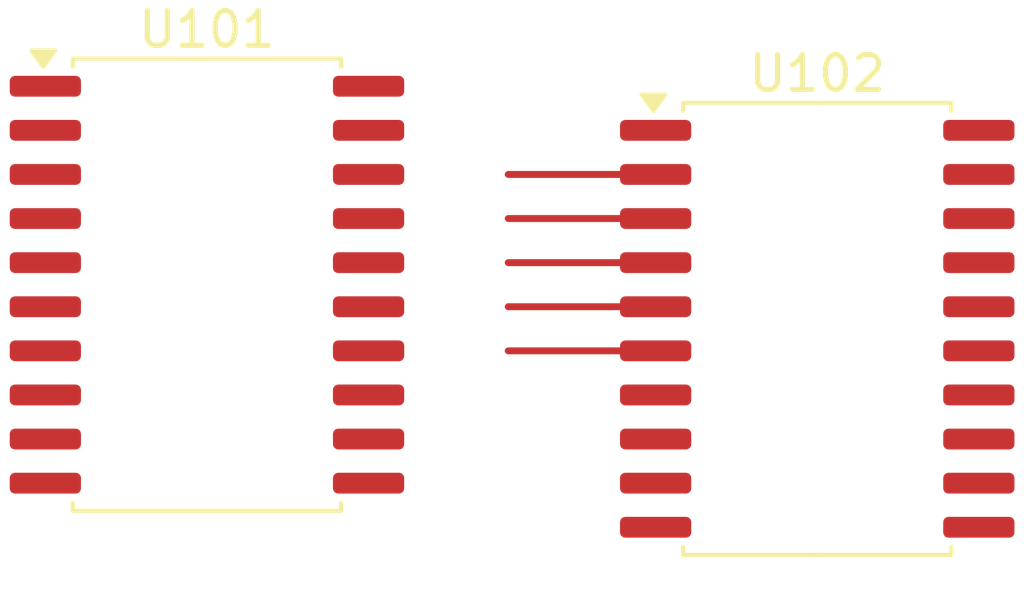
<source format=kicad_pcb>
(kicad_pcb (version 20240108) (generator "pcbnew") (generator_version "8.0")
  (layers (0 "F.Cu" signal) (31 "B.Cu" signal) (34 "B.Paste" user) (35 "F.Paste" user) (36 "B.SilkS" user "B.Silkscreen") (37 "F.SilkS" user "F.Silkscreen") (38 "B.Mask" user) (39 "F.Mask" user) (44 "Edge.Cuts" user))
  (net 0 "")
  (net 1 "/label6")
  (net 2 "Net-(U101-G1)")
  (net 5 "/label8")
  (net 7 "/label1")
  (net 8 "GND")
  (net 9 "/label7")
  (net 10 "/label5")
  (net 11 "/label4")
  (net 17 "+3V3")
  (net 18 "Net-(U101-G2)")
  (net 19 "/label3")
  (net 20 "/label2")
  (footprint "Package_SO:SOIC-20W_7.5x12.8mm_P1.27mm" (layer "F.Cu") (at 161.925 88.265)
    (property "Reference" "U102" (at 0 -7.35 0) (layer "F.SilkS"))
    (property "Value" "74LVC541")
    (fp_line (start -3.86 -6.51) (end -3.86 -6.275) (stroke (width 0.12)) (layer "F.SilkS"))
    (fp_line (start -3.86 6.51) (end -3.86 6.275) (stroke (width 0.12)) (layer "F.SilkS"))
    (fp_line (start 0 -6.51) (end -3.86 -6.51) (stroke (width 0.12)) (layer "F.SilkS"))
    (fp_line (start 0 -6.51) (end 3.86 -6.51) (stroke (width 0.12)) (layer "F.SilkS"))
    (fp_line (start 0 6.51) (end -3.86 6.51) (stroke (width 0.12)) (layer "F.SilkS"))
    (fp_line (start 0 6.51) (end 3.86 6.51) (stroke (width 0.12)) (layer "F.SilkS"))
    (fp_line (start 3.86 -6.51) (end 3.86 -6.275) (stroke (width 0.12)) (layer "F.SilkS"))
    (fp_line (start 3.86 6.51) (end 3.86 6.275) (stroke (width 0.12)) (layer "F.SilkS"))
    (fp_poly (pts (xy -4.7125 -6.275) (xy -5.0525 -6.745) (xy -4.3725 -6.745) (xy -4.7125 -6.275)) (stroke (width 0.12)) (fill solid) (layer "F.SilkS"))
    (pad "1" smd roundrect (at -4.65 -5.715) (size 2.05 0.6) (layers "F.Cu" "F.Paste" "F.Mask") (net 2 "Net-(U101-G1)"))
    (pad "2" smd roundrect (at -4.65 -4.445) (size 2.05 0.6) (layers "F.Cu" "F.Paste" "F.Mask") (net 5 "/label8"))
    (pad "3" smd roundrect (at -4.65 -3.175) (size 2.05 0.6) (layers "F.Cu" "F.Paste" "F.Mask") (net 9 "/label7"))
    (pad "4" smd roundrect (at -4.65 -1.905) (size 2.05 0.6) (layers "F.Cu" "F.Paste" "F.Mask") (net 1 "/label6"))
    (pad "5" smd roundrect (at -4.65 -0.635) (size 2.05 0.6) (layers "F.Cu" "F.Paste" "F.Mask") (net 10 "/label5"))
    (pad "6" smd roundrect (at -4.65 0.635) (size 2.05 0.6) (layers "F.Cu" "F.Paste" "F.Mask") (net 11 "/label4"))
    (pad "7" smd roundrect (at -4.65 1.905) (size 2.05 0.6) (layers "F.Cu" "F.Paste" "F.Mask") (net 19 "/label3"))
    (pad "8" smd roundrect (at -4.65 3.175) (size 2.05 0.6) (layers "F.Cu" "F.Paste" "F.Mask") (net 20 "/label2"))
    (pad "9" smd roundrect (at -4.65 4.445) (size 2.05 0.6) (layers "F.Cu" "F.Paste" "F.Mask") (net 7 "/label1"))
    (pad "10" smd roundrect (at -4.65 5.715) (size 2.05 0.6) (layers "F.Cu" "F.Paste" "F.Mask") (net 8 "GND"))
    (pad "11" smd roundrect (at 4.65 5.715) (size 2.05 0.6) (layers "F.Cu" "F.Paste" "F.Mask"))
    (pad "12" smd roundrect (at 4.65 4.445) (size 2.05 0.6) (layers "F.Cu" "F.Paste" "F.Mask"))
    (pad "13" smd roundrect (at 4.65 3.175) (size 2.05 0.6) (layers "F.Cu" "F.Paste" "F.Mask"))
    (pad "14" smd roundrect (at 4.65 1.905) (size 2.05 0.6) (layers "F.Cu" "F.Paste" "F.Mask"))
    (pad "15" smd roundrect (at 4.65 0.635) (size 2.05 0.6) (layers "F.Cu" "F.Paste" "F.Mask"))
    (pad "16" smd roundrect (at 4.65 -0.635) (size 2.05 0.6) (layers "F.Cu" "F.Paste" "F.Mask"))
    (pad "17" smd roundrect (at 4.65 -1.905) (size 2.05 0.6) (layers "F.Cu" "F.Paste" "F.Mask"))
    (pad "18" smd roundrect (at 4.65 -3.175) (size 2.05 0.6) (layers "F.Cu" "F.Paste" "F.Mask"))
    (pad "19" smd roundrect (at 4.65 -4.445) (size 2.05 0.6) (layers "F.Cu" "F.Paste" "F.Mask") (net 18 "Net-(U101-G2)"))
    (pad "20" smd roundrect (at 4.65 -5.715) (size 2.05 0.6) (layers "F.Cu" "F.Paste" "F.Mask") (net 17 "+3V3"))
  )
  (footprint "Package_SO:SOIC-20W_7.5x12.8mm_P1.27mm" (layer "F.Cu") (at 144.365 86.995)
    (property "Reference" "U101" (at 0 -7.35 0) (layer "F.SilkS"))
    (property "Value" "74LVC541")
    (fp_line (start -3.86 -6.51) (end -3.86 -6.275) (stroke (width 0.12)) (layer "F.SilkS"))
    (fp_line (start -3.86 6.51) (end -3.86 6.275) (stroke (width 0.12)) (layer "F.SilkS"))
    (fp_line (start 0 -6.51) (end -3.86 -6.51) (stroke (width 0.12)) (layer "F.SilkS"))
    (fp_line (start 0 -6.51) (end 3.86 -6.51) (stroke (width 0.12)) (layer "F.SilkS"))
    (fp_line (start 0 6.51) (end -3.86 6.51) (stroke (width 0.12)) (layer "F.SilkS"))
    (fp_line (start 0 6.51) (end 3.86 6.51) (stroke (width 0.12)) (layer "F.SilkS"))
    (fp_line (start 3.86 -6.51) (end 3.86 -6.275) (stroke (width 0.12)) (layer "F.SilkS"))
    (fp_line (start 3.86 6.51) (end 3.86 6.275) (stroke (width 0.12)) (layer "F.SilkS"))
    (fp_poly (pts (xy -4.7125 -6.275) (xy -5.0525 -6.745) (xy -4.3725 -6.745) (xy -4.7125 -6.275)) (stroke (width 0.12)) (fill solid) (layer "F.SilkS"))
    (pad "1" smd roundrect (at -4.65 -5.715) (size 2.05 0.6) (layers "F.Cu" "F.Paste" "F.Mask") (net 2 "Net-(U101-G1)"))
    (pad "2" smd roundrect (at -4.65 -4.445) (size 2.05 0.6) (layers "F.Cu" "F.Paste" "F.Mask"))
    (pad "3" smd roundrect (at -4.65 -3.175) (size 2.05 0.6) (layers "F.Cu" "F.Paste" "F.Mask"))
    (pad "4" smd roundrect (at -4.65 -1.905) (size 2.05 0.6) (layers "F.Cu" "F.Paste" "F.Mask"))
    (pad "5" smd roundrect (at -4.65 -0.635) (size 2.05 0.6) (layers "F.Cu" "F.Paste" "F.Mask"))
    (pad "6" smd roundrect (at -4.65 0.635) (size 2.05 0.6) (layers "F.Cu" "F.Paste" "F.Mask"))
    (pad "7" smd roundrect (at -4.65 1.905) (size 2.05 0.6) (layers "F.Cu" "F.Paste" "F.Mask"))
    (pad "8" smd roundrect (at -4.65 3.175) (size 2.05 0.6) (layers "F.Cu" "F.Paste" "F.Mask"))
    (pad "9" smd roundrect (at -4.65 4.445) (size 2.05 0.6) (layers "F.Cu" "F.Paste" "F.Mask"))
    (pad "10" smd roundrect (at -4.65 5.715) (size 2.05 0.6) (layers "F.Cu" "F.Paste" "F.Mask") (net 8 "GND"))
    (pad "11" smd roundrect (at 4.65 5.715) (size 2.05 0.6) (layers "F.Cu" "F.Paste" "F.Mask") (net 5 "/label8"))
    (pad "12" smd roundrect (at 4.65 4.445) (size 2.05 0.6) (layers "F.Cu" "F.Paste" "F.Mask") (net 9 "/label7"))
    (pad "13" smd roundrect (at 4.65 3.175) (size 2.05 0.6) (layers "F.Cu" "F.Paste" "F.Mask") (net 1 "/label6"))
    (pad "14" smd roundrect (at 4.65 1.905) (size 2.05 0.6) (layers "F.Cu" "F.Paste" "F.Mask") (net 10 "/label5"))
    (pad "15" smd roundrect (at 4.65 0.635) (size 2.05 0.6) (layers "F.Cu" "F.Paste" "F.Mask") (net 11 "/label4"))
    (pad "16" smd roundrect (at 4.65 -0.635) (size 2.05 0.6) (layers "F.Cu" "F.Paste" "F.Mask") (net 19 "/label3"))
    (pad "17" smd roundrect (at 4.65 -1.905) (size 2.05 0.6) (layers "F.Cu" "F.Paste" "F.Mask") (net 20 "/label2"))
    (pad "18" smd roundrect (at 4.65 -3.175) (size 2.05 0.6) (layers "F.Cu" "F.Paste" "F.Mask") (net 7 "/label1"))
    (pad "19" smd roundrect (at 4.65 -4.445) (size 2.05 0.6) (layers "F.Cu" "F.Paste" "F.Mask") (net 18 "Net-(U101-G2)"))
    (pad "20" smd roundrect (at 4.65 -5.715) (size 2.05 0.6) (layers "F.Cu" "F.Paste" "F.Mask") (net 17 "+3V3"))
  )
  (segment (start 157.275 86.36) (end 153.035 86.36) (width 0.2) (layer "F.Cu") (net 1))
  (segment (start 157.275 83.82) (end 153.035 83.82) (width 0.2) (layer "F.Cu") (net 5))
  (segment (start 157.275 85.09) (end 153.035 85.09) (width 0.2) (layer "F.Cu") (net 9))
  (segment (start 157.275 87.63) (end 153.035 87.63) (width 0.2) (layer "F.Cu") (net 10))
  (segment (start 157.275 88.9) (end 153.035 88.9) (width 0.2) (layer "F.Cu") (net 11))
)
</source>
